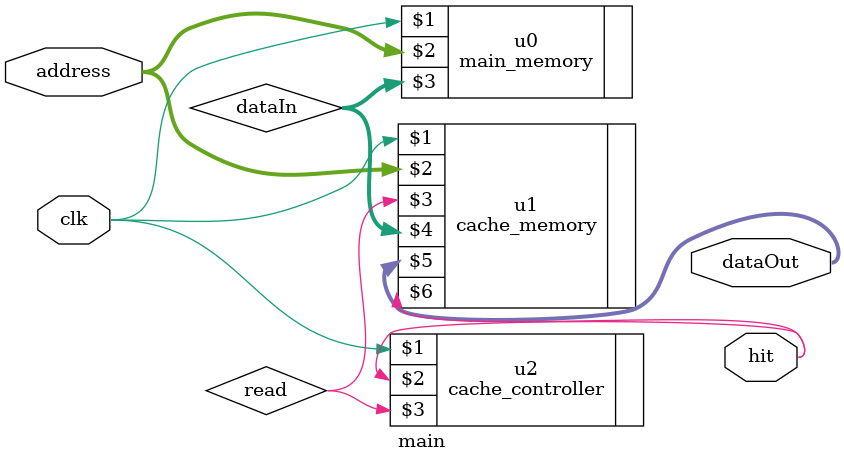
<source format=v>
`include "cache_memory.v"
`include "main_memory.v"
`include "cache_controller.v"

module main(clk,address,dataOut,hit);
    input clk;
    input [31:0] address;

    output [31:0] dataOut;
    output hit;

    wire read;
    wire [511:0] dataIn;

    // assign read = 1'b1;

    main_memory u0(clk,address,dataIn);
    cache_memory u1(clk,address,read,dataIn,dataOut,hit);
    cache_controller u2(clk,hit,read);

endmodule
</source>
